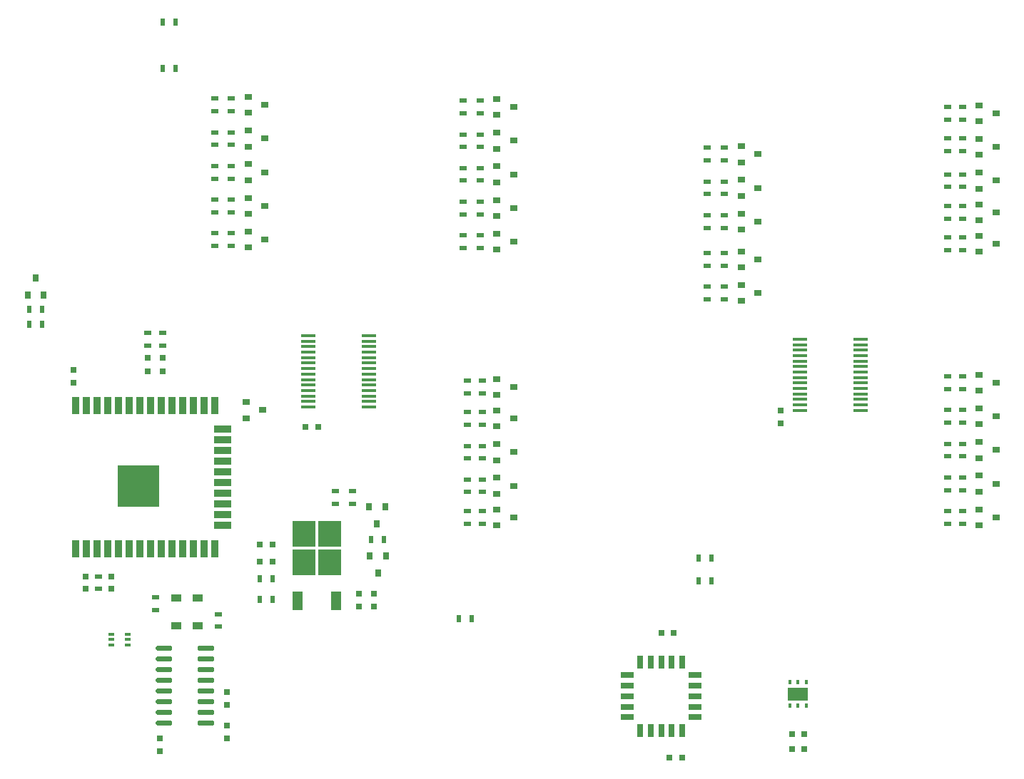
<source format=gtp>
G04 #@! TF.GenerationSoftware,KiCad,Pcbnew,(5.1.9)-1*
G04 #@! TF.CreationDate,2021-04-19T10:18:59+02:00*
G04 #@! TF.ProjectId,esp32-light-controller,65737033-322d-46c6-9967-68742d636f6e,rev?*
G04 #@! TF.SameCoordinates,Original*
G04 #@! TF.FileFunction,Paste,Top*
G04 #@! TF.FilePolarity,Positive*
%FSLAX46Y46*%
G04 Gerber Fmt 4.6, Leading zero omitted, Abs format (unit mm)*
G04 Created by KiCad (PCBNEW (5.1.9)-1) date 2021-04-19 10:18:59*
%MOMM*%
%LPD*%
G01*
G04 APERTURE LIST*
%ADD10R,0.800000X0.750000*%
%ADD11R,0.400000X0.600000*%
%ADD12R,2.400000X1.500000*%
%ADD13R,1.750000X0.450000*%
%ADD14R,0.800000X1.500000*%
%ADD15R,1.500000X0.800000*%
%ADD16R,2.750000X3.050000*%
%ADD17R,1.200000X2.200000*%
%ADD18R,0.900000X2.000000*%
%ADD19R,2.000000X0.900000*%
%ADD20R,5.000000X5.000000*%
%ADD21R,0.900000X0.500000*%
%ADD22R,0.500000X0.900000*%
%ADD23R,0.900000X0.800000*%
%ADD24R,0.800000X0.900000*%
%ADD25R,0.650000X0.400000*%
%ADD26R,0.800000X0.800000*%
%ADD27R,1.200000X0.900000*%
%ADD28R,0.750000X0.800000*%
G04 APERTURE END LIST*
D10*
X148250000Y-147250000D03*
X146750000Y-147250000D03*
X148250000Y-145500000D03*
X146750000Y-145500000D03*
D11*
X148450000Y-142150000D03*
X147500000Y-142150000D03*
X146550000Y-142150000D03*
X146550000Y-139350000D03*
X147500000Y-139350000D03*
X148450000Y-139350000D03*
D12*
X147500000Y-140750000D03*
D13*
X89400000Y-106625000D03*
X89400000Y-105975000D03*
X89400000Y-105325000D03*
X89400000Y-104675000D03*
X89400000Y-104025000D03*
X89400000Y-103375000D03*
X89400000Y-102725000D03*
X89400000Y-102075000D03*
X89400000Y-101425000D03*
X89400000Y-100775000D03*
X89400000Y-100125000D03*
X89400000Y-99475000D03*
X89400000Y-98825000D03*
X89400000Y-98175000D03*
X96600000Y-98175000D03*
X96600000Y-98825000D03*
X96600000Y-99475000D03*
X96600000Y-100125000D03*
X96600000Y-100775000D03*
X96600000Y-101425000D03*
X96600000Y-102075000D03*
X96600000Y-102725000D03*
X96600000Y-103375000D03*
X96600000Y-104025000D03*
X96600000Y-104675000D03*
X96600000Y-105325000D03*
X96600000Y-105975000D03*
X96600000Y-106625000D03*
X147750000Y-107025000D03*
X147750000Y-106375000D03*
X147750000Y-105725000D03*
X147750000Y-105075000D03*
X147750000Y-104425000D03*
X147750000Y-103775000D03*
X147750000Y-103125000D03*
X147750000Y-102475000D03*
X147750000Y-101825000D03*
X147750000Y-101175000D03*
X147750000Y-100525000D03*
X147750000Y-99875000D03*
X147750000Y-99225000D03*
X147750000Y-98575000D03*
X154950000Y-98575000D03*
X154950000Y-99225000D03*
X154950000Y-99875000D03*
X154950000Y-100525000D03*
X154950000Y-101175000D03*
X154950000Y-101825000D03*
X154950000Y-102475000D03*
X154950000Y-103125000D03*
X154950000Y-103775000D03*
X154950000Y-104425000D03*
X154950000Y-105075000D03*
X154950000Y-105725000D03*
X154950000Y-106375000D03*
X154950000Y-107025000D03*
D14*
X133750000Y-145050000D03*
X132500000Y-145050000D03*
X131250000Y-145050000D03*
X130000000Y-145050000D03*
X128750000Y-145050000D03*
D15*
X127200000Y-143500000D03*
X127200000Y-142250000D03*
X127200000Y-141000000D03*
X127200000Y-139750000D03*
X127200000Y-138500000D03*
D14*
X128750000Y-136950000D03*
X130000000Y-136950000D03*
X131250000Y-136950000D03*
X132500000Y-136950000D03*
X133750000Y-136950000D03*
D15*
X135300000Y-138500000D03*
X135300000Y-139750000D03*
X135300000Y-141000000D03*
X135300000Y-142250000D03*
X135300000Y-143500000D03*
D16*
X91925000Y-125075000D03*
X88875000Y-121725000D03*
X88875000Y-125075000D03*
X91925000Y-121725000D03*
D17*
X92680000Y-129700000D03*
X88120000Y-129700000D03*
G36*
G01*
X73250000Y-144045000D02*
X73250000Y-144345000D01*
G75*
G02*
X73100000Y-144495000I-150000J0D01*
G01*
X71450000Y-144495000D01*
G75*
G02*
X71300000Y-144345000I0J150000D01*
G01*
X71300000Y-144045000D01*
G75*
G02*
X71450000Y-143895000I150000J0D01*
G01*
X73100000Y-143895000D01*
G75*
G02*
X73250000Y-144045000I0J-150000D01*
G01*
G37*
G36*
G01*
X73250000Y-142775000D02*
X73250000Y-143075000D01*
G75*
G02*
X73100000Y-143225000I-150000J0D01*
G01*
X71450000Y-143225000D01*
G75*
G02*
X71300000Y-143075000I0J150000D01*
G01*
X71300000Y-142775000D01*
G75*
G02*
X71450000Y-142625000I150000J0D01*
G01*
X73100000Y-142625000D01*
G75*
G02*
X73250000Y-142775000I0J-150000D01*
G01*
G37*
G36*
G01*
X73250000Y-141505000D02*
X73250000Y-141805000D01*
G75*
G02*
X73100000Y-141955000I-150000J0D01*
G01*
X71450000Y-141955000D01*
G75*
G02*
X71300000Y-141805000I0J150000D01*
G01*
X71300000Y-141505000D01*
G75*
G02*
X71450000Y-141355000I150000J0D01*
G01*
X73100000Y-141355000D01*
G75*
G02*
X73250000Y-141505000I0J-150000D01*
G01*
G37*
G36*
G01*
X73250000Y-140235000D02*
X73250000Y-140535000D01*
G75*
G02*
X73100000Y-140685000I-150000J0D01*
G01*
X71450000Y-140685000D01*
G75*
G02*
X71300000Y-140535000I0J150000D01*
G01*
X71300000Y-140235000D01*
G75*
G02*
X71450000Y-140085000I150000J0D01*
G01*
X73100000Y-140085000D01*
G75*
G02*
X73250000Y-140235000I0J-150000D01*
G01*
G37*
G36*
G01*
X73250000Y-138965000D02*
X73250000Y-139265000D01*
G75*
G02*
X73100000Y-139415000I-150000J0D01*
G01*
X71450000Y-139415000D01*
G75*
G02*
X71300000Y-139265000I0J150000D01*
G01*
X71300000Y-138965000D01*
G75*
G02*
X71450000Y-138815000I150000J0D01*
G01*
X73100000Y-138815000D01*
G75*
G02*
X73250000Y-138965000I0J-150000D01*
G01*
G37*
G36*
G01*
X73250000Y-137695000D02*
X73250000Y-137995000D01*
G75*
G02*
X73100000Y-138145000I-150000J0D01*
G01*
X71450000Y-138145000D01*
G75*
G02*
X71300000Y-137995000I0J150000D01*
G01*
X71300000Y-137695000D01*
G75*
G02*
X71450000Y-137545000I150000J0D01*
G01*
X73100000Y-137545000D01*
G75*
G02*
X73250000Y-137695000I0J-150000D01*
G01*
G37*
G36*
G01*
X73250000Y-136425000D02*
X73250000Y-136725000D01*
G75*
G02*
X73100000Y-136875000I-150000J0D01*
G01*
X71450000Y-136875000D01*
G75*
G02*
X71300000Y-136725000I0J150000D01*
G01*
X71300000Y-136425000D01*
G75*
G02*
X71450000Y-136275000I150000J0D01*
G01*
X73100000Y-136275000D01*
G75*
G02*
X73250000Y-136425000I0J-150000D01*
G01*
G37*
G36*
G01*
X73250000Y-135155000D02*
X73250000Y-135455000D01*
G75*
G02*
X73100000Y-135605000I-150000J0D01*
G01*
X71450000Y-135605000D01*
G75*
G02*
X71300000Y-135455000I0J150000D01*
G01*
X71300000Y-135155000D01*
G75*
G02*
X71450000Y-135005000I150000J0D01*
G01*
X73100000Y-135005000D01*
G75*
G02*
X73250000Y-135155000I0J-150000D01*
G01*
G37*
G36*
G01*
X78200000Y-135155000D02*
X78200000Y-135455000D01*
G75*
G02*
X78050000Y-135605000I-150000J0D01*
G01*
X76400000Y-135605000D01*
G75*
G02*
X76250000Y-135455000I0J150000D01*
G01*
X76250000Y-135155000D01*
G75*
G02*
X76400000Y-135005000I150000J0D01*
G01*
X78050000Y-135005000D01*
G75*
G02*
X78200000Y-135155000I0J-150000D01*
G01*
G37*
G36*
G01*
X78200000Y-136425000D02*
X78200000Y-136725000D01*
G75*
G02*
X78050000Y-136875000I-150000J0D01*
G01*
X76400000Y-136875000D01*
G75*
G02*
X76250000Y-136725000I0J150000D01*
G01*
X76250000Y-136425000D01*
G75*
G02*
X76400000Y-136275000I150000J0D01*
G01*
X78050000Y-136275000D01*
G75*
G02*
X78200000Y-136425000I0J-150000D01*
G01*
G37*
G36*
G01*
X78200000Y-137695000D02*
X78200000Y-137995000D01*
G75*
G02*
X78050000Y-138145000I-150000J0D01*
G01*
X76400000Y-138145000D01*
G75*
G02*
X76250000Y-137995000I0J150000D01*
G01*
X76250000Y-137695000D01*
G75*
G02*
X76400000Y-137545000I150000J0D01*
G01*
X78050000Y-137545000D01*
G75*
G02*
X78200000Y-137695000I0J-150000D01*
G01*
G37*
G36*
G01*
X78200000Y-138965000D02*
X78200000Y-139265000D01*
G75*
G02*
X78050000Y-139415000I-150000J0D01*
G01*
X76400000Y-139415000D01*
G75*
G02*
X76250000Y-139265000I0J150000D01*
G01*
X76250000Y-138965000D01*
G75*
G02*
X76400000Y-138815000I150000J0D01*
G01*
X78050000Y-138815000D01*
G75*
G02*
X78200000Y-138965000I0J-150000D01*
G01*
G37*
G36*
G01*
X78200000Y-140235000D02*
X78200000Y-140535000D01*
G75*
G02*
X78050000Y-140685000I-150000J0D01*
G01*
X76400000Y-140685000D01*
G75*
G02*
X76250000Y-140535000I0J150000D01*
G01*
X76250000Y-140235000D01*
G75*
G02*
X76400000Y-140085000I150000J0D01*
G01*
X78050000Y-140085000D01*
G75*
G02*
X78200000Y-140235000I0J-150000D01*
G01*
G37*
G36*
G01*
X78200000Y-141505000D02*
X78200000Y-141805000D01*
G75*
G02*
X78050000Y-141955000I-150000J0D01*
G01*
X76400000Y-141955000D01*
G75*
G02*
X76250000Y-141805000I0J150000D01*
G01*
X76250000Y-141505000D01*
G75*
G02*
X76400000Y-141355000I150000J0D01*
G01*
X78050000Y-141355000D01*
G75*
G02*
X78200000Y-141505000I0J-150000D01*
G01*
G37*
G36*
G01*
X78200000Y-142775000D02*
X78200000Y-143075000D01*
G75*
G02*
X78050000Y-143225000I-150000J0D01*
G01*
X76400000Y-143225000D01*
G75*
G02*
X76250000Y-143075000I0J150000D01*
G01*
X76250000Y-142775000D01*
G75*
G02*
X76400000Y-142625000I150000J0D01*
G01*
X78050000Y-142625000D01*
G75*
G02*
X78200000Y-142775000I0J-150000D01*
G01*
G37*
G36*
G01*
X78200000Y-144045000D02*
X78200000Y-144345000D01*
G75*
G02*
X78050000Y-144495000I-150000J0D01*
G01*
X76400000Y-144495000D01*
G75*
G02*
X76250000Y-144345000I0J150000D01*
G01*
X76250000Y-144045000D01*
G75*
G02*
X76400000Y-143895000I150000J0D01*
G01*
X78050000Y-143895000D01*
G75*
G02*
X78200000Y-144045000I0J-150000D01*
G01*
G37*
D18*
X61745000Y-106500000D03*
X63015000Y-106500000D03*
X64285000Y-106500000D03*
X65555000Y-106500000D03*
X66825000Y-106500000D03*
X68095000Y-106500000D03*
X69365000Y-106500000D03*
X70635000Y-106500000D03*
X71905000Y-106500000D03*
X73175000Y-106500000D03*
X74445000Y-106500000D03*
X75715000Y-106500000D03*
X76985000Y-106500000D03*
X78255000Y-106500000D03*
D19*
X79255000Y-109285000D03*
X79255000Y-110555000D03*
X79255000Y-111825000D03*
X79255000Y-113095000D03*
X79255000Y-114365000D03*
X79255000Y-115635000D03*
X79255000Y-116905000D03*
X79255000Y-118175000D03*
X79255000Y-119445000D03*
X79255000Y-120715000D03*
D18*
X78255000Y-123500000D03*
X76985000Y-123500000D03*
X75715000Y-123500000D03*
X74445000Y-123500000D03*
X73175000Y-123500000D03*
X71905000Y-123500000D03*
X70635000Y-123500000D03*
X69365000Y-123500000D03*
X68095000Y-123500000D03*
X66825000Y-123500000D03*
X65555000Y-123500000D03*
X64285000Y-123500000D03*
X63015000Y-123500000D03*
X61745000Y-123500000D03*
D20*
X69245000Y-116000000D03*
D21*
X70300000Y-97850000D03*
X70300000Y-99350000D03*
X72100000Y-97850000D03*
X72100000Y-99350000D03*
X80250000Y-87500000D03*
X80250000Y-86000000D03*
X78250000Y-87500000D03*
X78250000Y-86000000D03*
X80250000Y-83500000D03*
X80250000Y-82000000D03*
X78250000Y-83500000D03*
X78250000Y-82000000D03*
X80250000Y-79500000D03*
X80250000Y-78000000D03*
X78250000Y-79500000D03*
X78250000Y-78000000D03*
X80250000Y-75500000D03*
X80250000Y-74000000D03*
X78250000Y-75500000D03*
X78250000Y-74000000D03*
X80250000Y-71500000D03*
X80250000Y-70000000D03*
X78250000Y-71500000D03*
X78250000Y-70000000D03*
X109750000Y-87750000D03*
X109750000Y-86250000D03*
X107750000Y-87750000D03*
X107750000Y-86250000D03*
X109750000Y-83750000D03*
X109750000Y-82250000D03*
X107750000Y-83750000D03*
X107750000Y-82250000D03*
X109750000Y-79750000D03*
X109750000Y-78250000D03*
X107750000Y-79750000D03*
X107750000Y-78250000D03*
X109750000Y-75750000D03*
X109750000Y-74250000D03*
X107750000Y-75750000D03*
X107750000Y-74250000D03*
X109750000Y-71750000D03*
X109750000Y-70250000D03*
X107750000Y-71750000D03*
X107750000Y-70250000D03*
X110000000Y-120500000D03*
X110000000Y-119000000D03*
X108250000Y-120500000D03*
X108250000Y-119000000D03*
X110000000Y-116750000D03*
X110000000Y-115250000D03*
X108250000Y-116750000D03*
X108250000Y-115250000D03*
X110000000Y-112750000D03*
X110000000Y-111250000D03*
X108250000Y-112750000D03*
X108250000Y-111250000D03*
X110000000Y-108750000D03*
X110000000Y-107250000D03*
X108250000Y-108750000D03*
X108250000Y-107250000D03*
X110000000Y-105000000D03*
X110000000Y-103500000D03*
X108250000Y-105000000D03*
X108250000Y-103500000D03*
X138750000Y-93850000D03*
X138750000Y-92350000D03*
X136750000Y-93850000D03*
X136750000Y-92350000D03*
X138750000Y-89850000D03*
X138750000Y-88350000D03*
X136750000Y-89850000D03*
X136750000Y-88350000D03*
X138750000Y-85350000D03*
X138750000Y-83850000D03*
X136750000Y-85350000D03*
X136750000Y-83850000D03*
X138750000Y-81350000D03*
X138750000Y-79850000D03*
X136750000Y-81350000D03*
X136750000Y-79850000D03*
X138750000Y-77350000D03*
X138750000Y-75850000D03*
X136750000Y-77350000D03*
X136750000Y-75850000D03*
X167000000Y-88000000D03*
X167000000Y-86500000D03*
X165275000Y-88000000D03*
X165275000Y-86500000D03*
X167000000Y-84250000D03*
X167000000Y-82750000D03*
X165250000Y-84250000D03*
X165250000Y-82750000D03*
X167000000Y-80500000D03*
X167000000Y-79000000D03*
X165250000Y-80500000D03*
X165250000Y-79000000D03*
X167000000Y-76250000D03*
X167000000Y-74750000D03*
X165250000Y-76250000D03*
X165250000Y-74750000D03*
X167000000Y-72500000D03*
X167000000Y-71000000D03*
X165250000Y-72500000D03*
X165250000Y-71000000D03*
X167000000Y-120500000D03*
X167000000Y-119000000D03*
X165250000Y-120500000D03*
X165250000Y-119000000D03*
X167000000Y-116500000D03*
X167000000Y-115000000D03*
X165250000Y-116500000D03*
X165250000Y-115000000D03*
X167000000Y-112500000D03*
X167000000Y-111000000D03*
X165250000Y-112500000D03*
X165250000Y-111000000D03*
X167000000Y-108500000D03*
X167000000Y-107000000D03*
X165250000Y-108500000D03*
X165250000Y-107000000D03*
X167000000Y-104500000D03*
X167000000Y-103000000D03*
X165250000Y-104500000D03*
X165250000Y-103000000D03*
D22*
X107250000Y-131800000D03*
X108750000Y-131800000D03*
X98350000Y-122400000D03*
X96850000Y-122400000D03*
D21*
X94600000Y-118150000D03*
X94600000Y-116650000D03*
X92600000Y-118150000D03*
X92600000Y-116650000D03*
D22*
X57800000Y-95050000D03*
X56300000Y-95050000D03*
X57800000Y-96800000D03*
X56300000Y-96800000D03*
X135700000Y-124600000D03*
X137200000Y-124600000D03*
X137200000Y-127250000D03*
X135700000Y-127250000D03*
X73600000Y-60950000D03*
X72100000Y-60950000D03*
X73600000Y-66450000D03*
X72100000Y-66450000D03*
D21*
X78750000Y-131250000D03*
X78750000Y-132750000D03*
D22*
X83650000Y-129500000D03*
X85150000Y-129500000D03*
X85150000Y-127000000D03*
X83650000Y-127000000D03*
D21*
X71250000Y-130750000D03*
X71250000Y-129250000D03*
X64500000Y-128250000D03*
X64500000Y-126750000D03*
D23*
X84250000Y-86750000D03*
X82250000Y-87700000D03*
X82250000Y-85800000D03*
X84250000Y-82750000D03*
X82250000Y-83700000D03*
X82250000Y-81800000D03*
X84250000Y-78750000D03*
X82250000Y-79700000D03*
X82250000Y-77800000D03*
X84250000Y-74750000D03*
X82250000Y-75700000D03*
X82250000Y-73800000D03*
X84250000Y-70750000D03*
X82250000Y-71700000D03*
X82250000Y-69800000D03*
X113750000Y-87000000D03*
X111750000Y-87950000D03*
X111750000Y-86050000D03*
X113750000Y-83000000D03*
X111750000Y-83950000D03*
X111750000Y-82050000D03*
X113750000Y-79000000D03*
X111750000Y-79950000D03*
X111750000Y-78050000D03*
X113750000Y-75000000D03*
X111750000Y-75950000D03*
X111750000Y-74050000D03*
X113750000Y-71000000D03*
X111750000Y-71950000D03*
X111750000Y-70050000D03*
X113750000Y-119750000D03*
X111750000Y-120700000D03*
X111750000Y-118800000D03*
X113750000Y-116000000D03*
X111750000Y-116950000D03*
X111750000Y-115050000D03*
X113750000Y-112000000D03*
X111750000Y-112950000D03*
X111750000Y-111050000D03*
X113750000Y-108000000D03*
X111750000Y-108950000D03*
X111750000Y-107050000D03*
X113750000Y-104250000D03*
X111750000Y-105200000D03*
X111750000Y-103300000D03*
X142750000Y-93100000D03*
X140750000Y-94050000D03*
X140750000Y-92150000D03*
X142750000Y-89100000D03*
X140750000Y-90050000D03*
X140750000Y-88150000D03*
X142750000Y-84600000D03*
X140750000Y-85550000D03*
X140750000Y-83650000D03*
X142750000Y-80600000D03*
X140750000Y-81550000D03*
X140750000Y-79650000D03*
X142750000Y-76600000D03*
X140750000Y-77550000D03*
X140750000Y-75650000D03*
X171000000Y-87250000D03*
X169000000Y-88200000D03*
X169000000Y-86300000D03*
X171000000Y-83500000D03*
X169000000Y-84450000D03*
X169000000Y-82550000D03*
X171000000Y-79750000D03*
X169000000Y-80700000D03*
X169000000Y-78800000D03*
X171000000Y-75750000D03*
X169000000Y-76700000D03*
X169000000Y-74800000D03*
X171000000Y-71750000D03*
X169000000Y-72700000D03*
X169000000Y-70800000D03*
X171000000Y-119750000D03*
X169000000Y-120700000D03*
X169000000Y-118800000D03*
X171000000Y-115750000D03*
X169000000Y-116700000D03*
X169000000Y-114800000D03*
X171000000Y-111750000D03*
X169000000Y-112700000D03*
X169000000Y-110800000D03*
X171000000Y-107750000D03*
X169000000Y-108700000D03*
X169000000Y-106800000D03*
X171000000Y-103750000D03*
X169000000Y-104700000D03*
X169000000Y-102800000D03*
D24*
X97650000Y-126350000D03*
X96700000Y-124350000D03*
X98600000Y-124350000D03*
X97550000Y-120500000D03*
X96600000Y-118500000D03*
X98500000Y-118500000D03*
X57050000Y-91300000D03*
X58000000Y-93300000D03*
X56100000Y-93300000D03*
D25*
X66050000Y-134900000D03*
X66050000Y-133600000D03*
X67950000Y-134250000D03*
X66050000Y-134250000D03*
X67950000Y-133600000D03*
X67950000Y-134900000D03*
D26*
X70300000Y-102400000D03*
X70300000Y-100800000D03*
X72100000Y-102400000D03*
X72100000Y-100800000D03*
D23*
X84000000Y-107000000D03*
X82000000Y-107950000D03*
X82000000Y-106050000D03*
D27*
X76250000Y-129350000D03*
X76250000Y-132650000D03*
X73750000Y-132650000D03*
X73750000Y-129350000D03*
D10*
X90550000Y-109000000D03*
X89050000Y-109000000D03*
D28*
X145400000Y-108550000D03*
X145400000Y-107050000D03*
D10*
X133750000Y-148250000D03*
X132250000Y-148250000D03*
X132750000Y-133500000D03*
X131250000Y-133500000D03*
X83650000Y-125000000D03*
X85150000Y-125000000D03*
X83650000Y-123000000D03*
X85150000Y-123000000D03*
D28*
X79750000Y-142000000D03*
X79750000Y-140500000D03*
X95400000Y-128850000D03*
X95400000Y-130350000D03*
X79750000Y-144500000D03*
X79750000Y-146000000D03*
X71750000Y-147500000D03*
X71750000Y-146000000D03*
X97200000Y-128850000D03*
X97200000Y-130350000D03*
X66000000Y-128250000D03*
X66000000Y-126750000D03*
X61500000Y-103750000D03*
X61500000Y-102250000D03*
X63000000Y-128250000D03*
X63000000Y-126750000D03*
M02*

</source>
